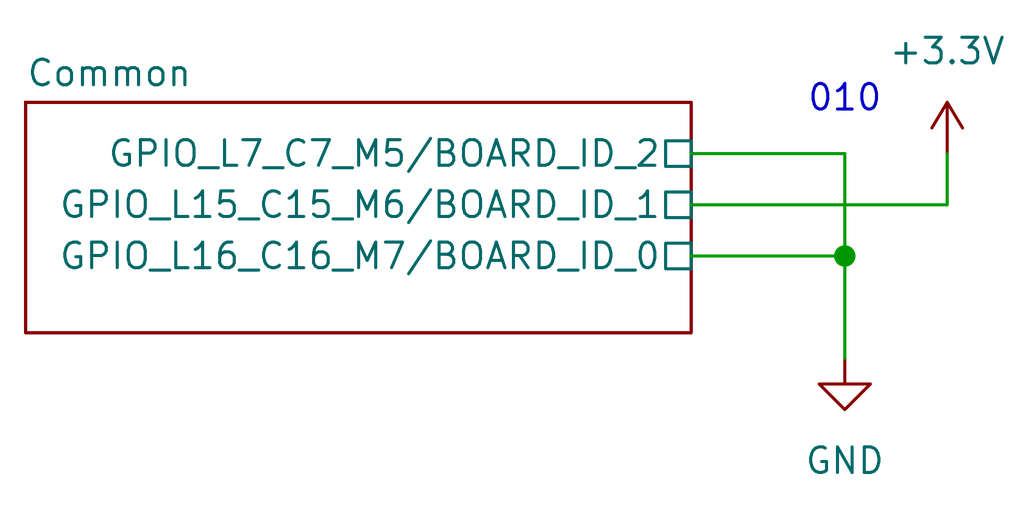
<source format=kicad_sch>
(kicad_sch (version 20250114) (generator "eeschema") (generator_version "9.0")
  (paper "User" 50.8 25.4)
  (lib_symbols
    (symbol "power:+3.3V" (power) (pin_numbers (hide yes)) (pin_names (offset 0) (hide yes))
      (property "Value" "+3.3V" (at 0 3.556 0))
      (symbol "+3.3V_0_1"
        (polyline (pts (xy -0.762 1.27) (xy 0 2.54)))
        (polyline (pts (xy 0 2.54) (xy 0.762 1.27)))
        (polyline (pts (xy 0 0) (xy 0 2.54)))
      )
      (symbol "+3.3V_1_1"
        (pin power_in line (at 0 0 90) (length 0) (name "~") (number "1"))
      )
    )
    (symbol "power:GND" (power) (pin_numbers (hide yes)) (pin_names (offset 0) (hide yes))
      (property "Value" "GND" (at 0 -3.81 0))
      (symbol "GND_0_1"
        (polyline (pts (xy 0 0) (xy 0 -1.27) (xy 1.27 -1.27) (xy 0 -2.54) (xy -1.27 -1.27) (xy 0 -1.27)))
      )
      (symbol "GND_1_1"
        (pin power_in line (at 0 0 270) (length 0) (name "~") (number "1"))
      )
    )
  )
  (text "010" (at 41.91 5.08 0) (effects (font (size 1.27 1.27))))
  (junction (at 41.91 12.7))
  (wire (pts (xy 46.99 7.62) (xy 46.99 10.16)))
  (wire (pts (xy 41.91 7.62) (xy 41.91 12.7)))
  (wire (pts (xy 34.29 10.16) (xy 46.99 10.16)))
  (wire (pts (xy 34.29 12.7) (xy 41.91 12.7)))
  (wire (pts (xy 41.91 12.7) (xy 41.91 17.78)))
  (wire (pts (xy 34.29 7.62) (xy 41.91 7.62)))
  (symbol (lib_id "power:GND") (at 41.91 17.78 0) (unit 1)
    (property "Reference" "#PWR011" (effects (hide yes)))
    (property "Value" "GND" (at 41.91 22.86 0))
    (property "Description" "Power symbol creates a global label with name \"GND\" , ground" (effects (hide yes)))
  )
  (symbol (lib_id "power:+3.3V") (at 46.99 7.62 0) (unit 1)
    (property "Reference" "#PWR09" (effects (hide yes)))
    (property "Value" "+3.3V" (at 46.99 2.54 0))
    (property "Description" "Power symbol creates a global label with name \"+3.3V\"" (effects (hide yes)))
  )
  (sheet (at 1.27 5.08) (size 33.02 11.43) (stroke (width 0.1524))
    (property "Sheetname" "Common" (at 1.27 4.3684 0) (effects (justify left bottom)))
    (property "Sheetfile" "ggroohauga-shared.kicad_sch" (effects (hide yes)))
    (pin "GPIO_L7_C7_M5{slash}BOARD_ID_2" passive (at 34.29 7.62 0))
    (pin "GPIO_L15_C15_M6{slash}BOARD_ID_1" passive (at 34.29 10.16 0))
    (pin "GPIO_L16_C16_M7{slash}BOARD_ID_0" passive (at 34.29 12.7 0))
  )
)
</source>
